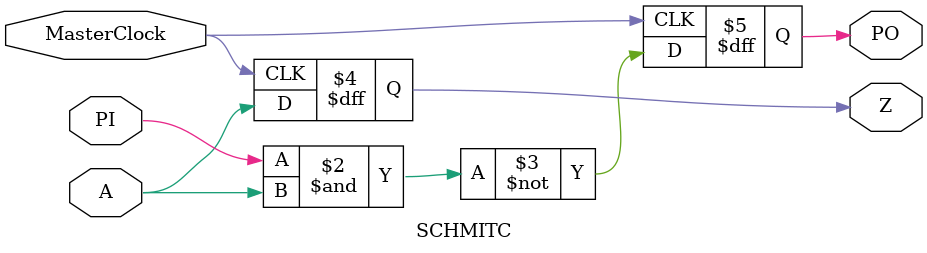
<source format=sv>
module SCHMITC
(
    input A,
    input PI,
    output reg Z,
    output reg PO,

    input MasterClock
);

always @(posedge MasterClock)
begin

    Z <= A;
    PO <= ~(PI & A); 

end

//assign Z = A;
//assign PO = ~(PI & A); 

endmodule


</source>
